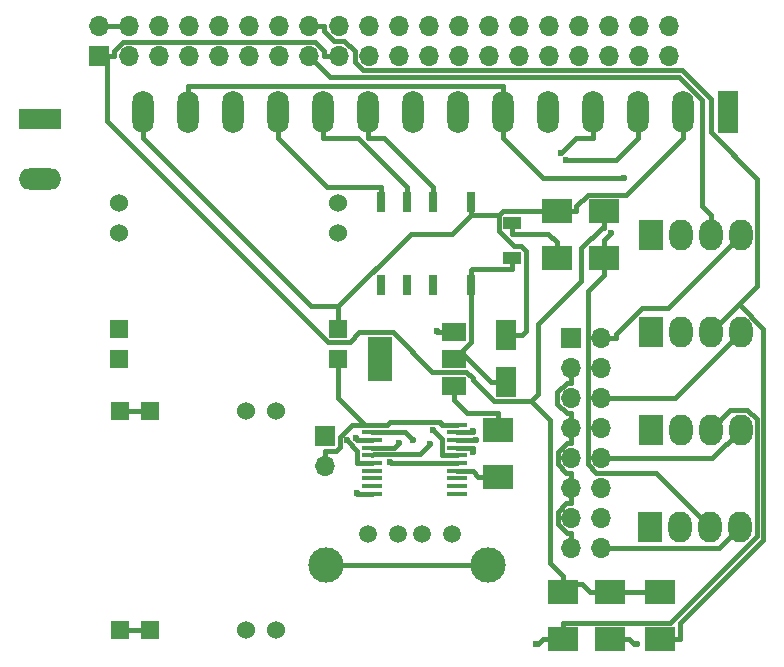
<source format=gtl>
G04 #@! TF.GenerationSoftware,KiCad,Pcbnew,(5.1.8)-1*
G04 #@! TF.CreationDate,2021-08-31T14:43:48+02:00*
G04 #@! TF.ProjectId,fanboard3,66616e62-6f61-4726-9433-2e6b69636164,rev?*
G04 #@! TF.SameCoordinates,Original*
G04 #@! TF.FileFunction,Copper,L1,Top*
G04 #@! TF.FilePolarity,Positive*
%FSLAX46Y46*%
G04 Gerber Fmt 4.6, Leading zero omitted, Abs format (unit mm)*
G04 Created by KiCad (PCBNEW (5.1.8)-1) date 2021-08-31 14:43:48*
%MOMM*%
%LPD*%
G01*
G04 APERTURE LIST*
G04 #@! TA.AperFunction,SMDPad,CuDef*
%ADD10R,1.800000X2.500000*%
G04 #@! TD*
G04 #@! TA.AperFunction,ComponentPad*
%ADD11R,1.700000X1.700000*%
G04 #@! TD*
G04 #@! TA.AperFunction,ComponentPad*
%ADD12O,1.700000X1.700000*%
G04 #@! TD*
G04 #@! TA.AperFunction,ComponentPad*
%ADD13R,1.800000X3.600000*%
G04 #@! TD*
G04 #@! TA.AperFunction,ComponentPad*
%ADD14O,1.800000X3.600000*%
G04 #@! TD*
G04 #@! TA.AperFunction,SMDPad,CuDef*
%ADD15R,2.000000X3.800000*%
G04 #@! TD*
G04 #@! TA.AperFunction,SMDPad,CuDef*
%ADD16R,2.000000X1.500000*%
G04 #@! TD*
G04 #@! TA.AperFunction,SMDPad,CuDef*
%ADD17R,0.800000X1.800000*%
G04 #@! TD*
G04 #@! TA.AperFunction,SMDPad,CuDef*
%ADD18R,1.750000X0.450000*%
G04 #@! TD*
G04 #@! TA.AperFunction,SMDPad,CuDef*
%ADD19R,2.500000X2.000000*%
G04 #@! TD*
G04 #@! TA.AperFunction,SMDPad,CuDef*
%ADD20R,1.600000X1.000000*%
G04 #@! TD*
G04 #@! TA.AperFunction,ComponentPad*
%ADD21R,1.524000X1.524000*%
G04 #@! TD*
G04 #@! TA.AperFunction,ComponentPad*
%ADD22C,1.524000*%
G04 #@! TD*
G04 #@! TA.AperFunction,ComponentPad*
%ADD23C,1.500000*%
G04 #@! TD*
G04 #@! TA.AperFunction,ComponentPad*
%ADD24C,3.000000*%
G04 #@! TD*
G04 #@! TA.AperFunction,ComponentPad*
%ADD25R,2.000000X2.600000*%
G04 #@! TD*
G04 #@! TA.AperFunction,ComponentPad*
%ADD26O,2.000000X2.600000*%
G04 #@! TD*
G04 #@! TA.AperFunction,ComponentPad*
%ADD27R,3.600000X1.800000*%
G04 #@! TD*
G04 #@! TA.AperFunction,ComponentPad*
%ADD28O,3.600000X1.800000*%
G04 #@! TD*
G04 #@! TA.AperFunction,ViaPad*
%ADD29C,0.600000*%
G04 #@! TD*
G04 #@! TA.AperFunction,Conductor*
%ADD30C,0.400000*%
G04 #@! TD*
G04 APERTURE END LIST*
D10*
X242850000Y-122400000D03*
X242850000Y-126400000D03*
D11*
X248350000Y-122650000D03*
D12*
X250890000Y-122650000D03*
X248350000Y-125190000D03*
X250890000Y-125190000D03*
X248350000Y-127730000D03*
X250890000Y-127730000D03*
X248350000Y-130270000D03*
X250890000Y-130270000D03*
X248350000Y-132810000D03*
X250890000Y-132810000D03*
X248350000Y-135350000D03*
X250890000Y-135350000D03*
X248350000Y-137890000D03*
X250890000Y-137890000D03*
X248350000Y-140430000D03*
X250890000Y-140430000D03*
D13*
X261600000Y-103500000D03*
D14*
X257790000Y-103500000D03*
X253980000Y-103500000D03*
X250170000Y-103500000D03*
X246360000Y-103500000D03*
X242550000Y-103500000D03*
X238740000Y-103500000D03*
X234930000Y-103500000D03*
X231120000Y-103500000D03*
X227310000Y-103500000D03*
X223500000Y-103500000D03*
X219690000Y-103500000D03*
X215880000Y-103500000D03*
X212070000Y-103500000D03*
D15*
X232100000Y-124400000D03*
D16*
X238400000Y-124400000D03*
X238400000Y-122100000D03*
X238400000Y-126700000D03*
D17*
X239850000Y-111150000D03*
X236650000Y-111150000D03*
X234450000Y-111150000D03*
X232250000Y-111150000D03*
X232250000Y-118150000D03*
X234450000Y-118150000D03*
X236650000Y-118150000D03*
X239850000Y-118150000D03*
D18*
X231500000Y-129975000D03*
X231500000Y-130625000D03*
X231500000Y-131275000D03*
X231500000Y-131925000D03*
X231500000Y-132575000D03*
X231500000Y-133225000D03*
X231500000Y-133875000D03*
X231500000Y-134525000D03*
X231500000Y-135175000D03*
X231500000Y-135825000D03*
X238700000Y-135825000D03*
X238700000Y-135175000D03*
X238700000Y-134525000D03*
X238700000Y-133875000D03*
X238700000Y-133225000D03*
X238700000Y-132575000D03*
X238700000Y-131925000D03*
X238700000Y-131275000D03*
X238700000Y-130625000D03*
X238700000Y-129975000D03*
D19*
X242100000Y-130400000D03*
X242100000Y-134400000D03*
X247100000Y-111900000D03*
X247100000Y-115900000D03*
X251100000Y-115900000D03*
X251100000Y-111900000D03*
X255850000Y-144150000D03*
X255850000Y-148150000D03*
X251600000Y-144150000D03*
X251600000Y-148150000D03*
X247600000Y-144150000D03*
X247600000Y-148150000D03*
D20*
X243350000Y-115900000D03*
X243350000Y-112900000D03*
D21*
X210100000Y-147400000D03*
X210100000Y-128848000D03*
X212640000Y-147400000D03*
X212640000Y-128848000D03*
D22*
X220768000Y-147400000D03*
X220768000Y-128848000D03*
X223308000Y-147400000D03*
X223308000Y-128848000D03*
D21*
X228600000Y-124400000D03*
X210048000Y-124400000D03*
X228600000Y-121860000D03*
X210048000Y-121860000D03*
D22*
X228600000Y-113732000D03*
X210048000Y-113732000D03*
X228600000Y-111192000D03*
X210048000Y-111192000D03*
D11*
X227500000Y-130900000D03*
D12*
X227500000Y-133440000D03*
D23*
X238210000Y-139200000D03*
X235670000Y-139200000D03*
X233640000Y-139200000D03*
X231100000Y-139200000D03*
D24*
X241260000Y-141870000D03*
X227540000Y-141870000D03*
D25*
X254980000Y-138650000D03*
D26*
X257520000Y-138650000D03*
X260060000Y-138650000D03*
X262600000Y-138650000D03*
D25*
X255050000Y-130400000D03*
D26*
X257590000Y-130400000D03*
X260130000Y-130400000D03*
X262670000Y-130400000D03*
D25*
X255050000Y-122150000D03*
D26*
X257590000Y-122150000D03*
X260130000Y-122150000D03*
X262670000Y-122150000D03*
D25*
X255100000Y-113900000D03*
D26*
X257640000Y-113900000D03*
X260180000Y-113900000D03*
X262720000Y-113900000D03*
D27*
X203350000Y-104100000D03*
D28*
X203350000Y-109180000D03*
D11*
X208370000Y-98770000D03*
D12*
X208370000Y-96230000D03*
X210910000Y-98770000D03*
X210910000Y-96230000D03*
X213450000Y-98770000D03*
X213450000Y-96230000D03*
X215990000Y-98770000D03*
X215990000Y-96230000D03*
X218530000Y-98770000D03*
X218530000Y-96230000D03*
X221070000Y-98770000D03*
X221070000Y-96230000D03*
X223610000Y-98770000D03*
X223610000Y-96230000D03*
X226150000Y-98770000D03*
X226150000Y-96230000D03*
X228690000Y-98770000D03*
X228690000Y-96230000D03*
X231230000Y-98770000D03*
X231230000Y-96230000D03*
X233770000Y-98770000D03*
X233770000Y-96230000D03*
X236310000Y-98770000D03*
X236310000Y-96230000D03*
X238850000Y-98770000D03*
X238850000Y-96230000D03*
X241390000Y-98770000D03*
X241390000Y-96230000D03*
X243930000Y-98770000D03*
X243930000Y-96230000D03*
X246470000Y-98770000D03*
X246470000Y-96230000D03*
X249010000Y-98770000D03*
X249010000Y-96230000D03*
X251550000Y-98770000D03*
X251550000Y-96230000D03*
X254090000Y-98770000D03*
X254090000Y-96230000D03*
X256630000Y-98770000D03*
X256630000Y-96230000D03*
D29*
X230153000Y-135752200D03*
X236950000Y-122050000D03*
X240057800Y-130527000D03*
X233723900Y-131519600D03*
X236407300Y-131573800D03*
X253923300Y-148566000D03*
X245352800Y-148566000D03*
X251681200Y-113752600D03*
X229359100Y-131300900D03*
X230137800Y-131144600D03*
X234898000Y-131265600D03*
X247449800Y-106978900D03*
X240010800Y-132275700D03*
X240261400Y-131276000D03*
X247919200Y-107538200D03*
X236667600Y-130426400D03*
X232971200Y-133138400D03*
X252778200Y-109078900D03*
D30*
X251600000Y-144150000D02*
X249950000Y-144150000D01*
X247600000Y-143450000D02*
X249250000Y-143450000D01*
X249250000Y-143450000D02*
X249950000Y-144150000D01*
X247600000Y-143450000D02*
X247600000Y-142750000D01*
X247600000Y-144150000D02*
X247600000Y-143450000D01*
X244950500Y-127989200D02*
X241778000Y-127989200D01*
X241778000Y-127989200D02*
X239976100Y-126187300D01*
X239976100Y-126187300D02*
X239976100Y-126025800D01*
X239976100Y-126025800D02*
X239427700Y-125477400D01*
X239427700Y-125477400D02*
X236575400Y-125477400D01*
X236575400Y-125477400D02*
X233270600Y-122172600D01*
X233270600Y-122172600D02*
X230337900Y-122172600D01*
X230337900Y-122172600D02*
X229561100Y-122949400D01*
X229561100Y-122949400D02*
X227697400Y-122949400D01*
X227697400Y-122949400D02*
X208994000Y-104246000D01*
X208994000Y-104246000D02*
X208994000Y-98770000D01*
X251100000Y-113300000D02*
X250925000Y-113300000D01*
X250925000Y-113300000D02*
X249185300Y-115039700D01*
X249185300Y-115039700D02*
X249185300Y-117780700D01*
X249185300Y-117780700D02*
X245553300Y-121412700D01*
X245553300Y-121412700D02*
X245553300Y-127386400D01*
X245553300Y-127386400D02*
X244950500Y-127989200D01*
X244950500Y-127989200D02*
X246563500Y-129602200D01*
X246563500Y-129602200D02*
X246563500Y-141713500D01*
X246563500Y-141713500D02*
X247600000Y-142750000D01*
X208994000Y-98770000D02*
X209620000Y-98770000D01*
X208370000Y-98770000D02*
X208994000Y-98770000D01*
X228690000Y-98770000D02*
X228230400Y-98770000D01*
X228066000Y-98770000D02*
X227440000Y-98770000D01*
X228066000Y-98770000D02*
X228230400Y-98770000D01*
X227440000Y-98770000D02*
X227440000Y-98345700D01*
X227440000Y-98345700D02*
X226673700Y-97579400D01*
X226673700Y-97579400D02*
X210364000Y-97579400D01*
X210364000Y-97579400D02*
X209620000Y-98323400D01*
X209620000Y-98323400D02*
X209620000Y-98770000D01*
X251100000Y-111900000D02*
X251100000Y-113300000D01*
X251600000Y-144150000D02*
X255850000Y-144150000D01*
X230153000Y-135752200D02*
X230225000Y-135824200D01*
X230225000Y-135824200D02*
X230225000Y-135825000D01*
X231500000Y-135825000D02*
X230225000Y-135825000D01*
X237000000Y-122100000D02*
X236950000Y-122050000D01*
X238400000Y-122100000D02*
X237000000Y-122100000D01*
X240057800Y-130527000D02*
X239975000Y-130609800D01*
X239975000Y-130609800D02*
X239975000Y-130625000D01*
X238700000Y-130625000D02*
X239975000Y-130625000D01*
X233723900Y-131519600D02*
X233318500Y-131925000D01*
X233318500Y-131925000D02*
X231500000Y-131925000D01*
X231500000Y-132575000D02*
X231597600Y-132477400D01*
X231597600Y-132477400D02*
X235503700Y-132477400D01*
X235503700Y-132477400D02*
X236407300Y-131573800D01*
X260180000Y-113900000D02*
X260180000Y-112200000D01*
X226150000Y-98770000D02*
X227911600Y-100531600D01*
X227911600Y-100531600D02*
X257457100Y-100531600D01*
X257457100Y-100531600D02*
X259414800Y-102489300D01*
X259414800Y-102489300D02*
X259414800Y-111434800D01*
X259414800Y-111434800D02*
X260180000Y-112200000D01*
X251600000Y-148150000D02*
X253250000Y-148150000D01*
X253923300Y-148566000D02*
X253666000Y-148566000D01*
X253666000Y-148566000D02*
X253250000Y-148150000D01*
X262498100Y-119781900D02*
X260130000Y-122150000D01*
X227400000Y-96230000D02*
X227400000Y-96620700D01*
X227400000Y-96620700D02*
X228259300Y-97480000D01*
X228259300Y-97480000D02*
X229114100Y-97480000D01*
X229114100Y-97480000D02*
X229988400Y-98354300D01*
X229988400Y-98354300D02*
X229988400Y-99266500D01*
X229988400Y-99266500D02*
X230669300Y-99947400D01*
X230669300Y-99947400D02*
X257676600Y-99947400D01*
X257676600Y-99947400D02*
X260130800Y-102401600D01*
X260130800Y-102401600D02*
X260130800Y-105220600D01*
X260130800Y-105220600D02*
X264054200Y-109144000D01*
X264054200Y-109144000D02*
X264054200Y-118225800D01*
X264054200Y-118225800D02*
X262498100Y-119781900D01*
X262498100Y-119781900D02*
X264569600Y-121853400D01*
X264569600Y-121853400D02*
X264569600Y-139704800D01*
X264569600Y-139704800D02*
X257500000Y-146774400D01*
X257500000Y-146774400D02*
X257500000Y-148150000D01*
X255850000Y-148150000D02*
X257500000Y-148150000D01*
X226150000Y-96230000D02*
X227400000Y-96230000D01*
X247600000Y-148150000D02*
X247600000Y-146750000D01*
X247600000Y-148150000D02*
X245950000Y-148150000D01*
X245352800Y-148566000D02*
X245534000Y-148566000D01*
X245534000Y-148566000D02*
X245950000Y-148150000D01*
X247600000Y-146750000D02*
X256696400Y-146750000D01*
X256696400Y-146750000D02*
X264042200Y-139404200D01*
X264042200Y-139404200D02*
X264042200Y-129510000D01*
X264042200Y-129510000D02*
X263253200Y-128721000D01*
X263253200Y-128721000D02*
X261809000Y-128721000D01*
X261809000Y-128721000D02*
X260130000Y-130400000D01*
X251100000Y-115900000D02*
X251100000Y-117300000D01*
X251100000Y-117300000D02*
X249712600Y-118687400D01*
X249712600Y-118687400D02*
X249712600Y-133346700D01*
X249712600Y-133346700D02*
X250445900Y-134080000D01*
X250445900Y-134080000D02*
X255490000Y-134080000D01*
X255490000Y-134080000D02*
X260060000Y-138650000D01*
X251681200Y-113752600D02*
X251100000Y-114333800D01*
X251100000Y-114333800D02*
X251100000Y-115900000D01*
X231500000Y-133225000D02*
X230225000Y-133225000D01*
X229359100Y-131300900D02*
X230225000Y-132166800D01*
X230225000Y-132166800D02*
X230225000Y-133225000D01*
X231500000Y-131275000D02*
X230225000Y-131275000D01*
X230137800Y-131144600D02*
X230225000Y-131231800D01*
X230225000Y-131231800D02*
X230225000Y-131275000D01*
X248350000Y-130270000D02*
X248350000Y-129020000D01*
X248350000Y-125190000D02*
X248350000Y-126440000D01*
X248350000Y-126440000D02*
X247933300Y-126440000D01*
X247933300Y-126440000D02*
X247169700Y-127203600D01*
X247169700Y-127203600D02*
X247169700Y-128256900D01*
X247169700Y-128256900D02*
X247932800Y-129020000D01*
X247932800Y-129020000D02*
X248350000Y-129020000D01*
X248350000Y-135350000D02*
X248350000Y-136600000D01*
X248350000Y-140430000D02*
X248350000Y-139180000D01*
X248350000Y-139180000D02*
X247935600Y-139180000D01*
X247935600Y-139180000D02*
X247172700Y-138417100D01*
X247172700Y-138417100D02*
X247172700Y-137355600D01*
X247172700Y-137355600D02*
X247928300Y-136600000D01*
X247928300Y-136600000D02*
X248350000Y-136600000D01*
X248350000Y-135350000D02*
X248350000Y-134100000D01*
X248350000Y-130270000D02*
X248350000Y-131520000D01*
X248350000Y-131520000D02*
X247935600Y-131520000D01*
X247935600Y-131520000D02*
X247172700Y-132282900D01*
X247172700Y-132282900D02*
X247172700Y-133344400D01*
X247172700Y-133344400D02*
X247928300Y-134100000D01*
X247928300Y-134100000D02*
X248350000Y-134100000D01*
X234898000Y-131265600D02*
X234257400Y-130625000D01*
X234257400Y-130625000D02*
X231500000Y-130625000D01*
X212640000Y-128848000D02*
X210100000Y-128848000D01*
X250890000Y-122650000D02*
X252140000Y-122650000D01*
X262720000Y-113900000D02*
X256560000Y-120060000D01*
X256560000Y-120060000D02*
X254341500Y-120060000D01*
X254341500Y-120060000D02*
X252140000Y-122261500D01*
X252140000Y-122261500D02*
X252140000Y-122650000D01*
X250170000Y-105700000D02*
X248728700Y-105700000D01*
X248728700Y-105700000D02*
X247449800Y-106978900D01*
X238700000Y-131925000D02*
X239975000Y-131925000D01*
X250170000Y-103500000D02*
X250170000Y-105700000D01*
X239975000Y-131925000D02*
X239975000Y-132239900D01*
X239975000Y-132239900D02*
X240010800Y-132275700D01*
X253980000Y-105700000D02*
X252141800Y-107538200D01*
X252141800Y-107538200D02*
X247919200Y-107538200D01*
X239975000Y-131275000D02*
X239976000Y-131276000D01*
X239976000Y-131276000D02*
X240261400Y-131276000D01*
X253980000Y-103500000D02*
X253980000Y-105700000D01*
X238700000Y-131275000D02*
X239975000Y-131275000D01*
X238700000Y-132575000D02*
X237425000Y-132575000D01*
X237425000Y-132575000D02*
X237425000Y-131183800D01*
X237425000Y-131183800D02*
X236667600Y-130426400D01*
X238700000Y-133225000D02*
X237425000Y-133225000D01*
X237425000Y-133225000D02*
X233057800Y-133225000D01*
X233057800Y-133225000D02*
X232971200Y-133138400D01*
X227540000Y-141870000D02*
X241260000Y-141870000D01*
X210910000Y-96230000D02*
X208370000Y-96230000D01*
X239850000Y-118150000D02*
X239850000Y-116850000D01*
X243350000Y-115900000D02*
X243350000Y-116800000D01*
X243350000Y-116800000D02*
X239900000Y-116800000D01*
X239900000Y-116800000D02*
X239850000Y-116850000D01*
X238975000Y-123825000D02*
X241550000Y-126400000D01*
X238400000Y-123825000D02*
X238975000Y-123825000D01*
X239850000Y-118150000D02*
X239850000Y-122950000D01*
X239850000Y-122950000D02*
X238975000Y-123825000D01*
X242850000Y-126400000D02*
X241550000Y-126400000D01*
X238400000Y-124400000D02*
X238400000Y-123825000D01*
X247100000Y-115900000D02*
X247100000Y-114500000D01*
X243350000Y-112900000D02*
X243350000Y-113800000D01*
X243350000Y-113800000D02*
X246400000Y-113800000D01*
X246400000Y-113800000D02*
X247100000Y-114500000D01*
X228600000Y-119936000D02*
X234736000Y-113800000D01*
X234736000Y-113800000D02*
X238274900Y-113800000D01*
X238274900Y-113800000D02*
X239850000Y-112224900D01*
X228600000Y-121860000D02*
X228600000Y-119936000D01*
X228600000Y-119936000D02*
X226306000Y-119936000D01*
X226306000Y-119936000D02*
X212070000Y-105700000D01*
X212070000Y-103500000D02*
X212070000Y-105700000D01*
X257790000Y-105700000D02*
X252981000Y-110509000D01*
X252981000Y-110509000D02*
X249726000Y-110509000D01*
X249726000Y-110509000D02*
X248750000Y-111485000D01*
X248750000Y-111485000D02*
X248750000Y-111900000D01*
X230225000Y-129975000D02*
X229798000Y-129975000D01*
X229798000Y-129975000D02*
X228731800Y-131041200D01*
X228731800Y-131041200D02*
X228731800Y-131863200D01*
X228731800Y-131863200D02*
X228405000Y-132190000D01*
X228405000Y-132190000D02*
X227500000Y-132190000D01*
X257790000Y-103500000D02*
X257790000Y-105700000D01*
X238700000Y-129975000D02*
X237425000Y-129975000D01*
X231500000Y-129975000D02*
X232775000Y-129975000D01*
X237425000Y-129975000D02*
X237239600Y-129789600D01*
X237239600Y-129789600D02*
X232960400Y-129789600D01*
X232960400Y-129789600D02*
X232775000Y-129975000D01*
X247100000Y-111900000D02*
X248750000Y-111900000D01*
X246275000Y-111900000D02*
X247100000Y-111900000D01*
X242203200Y-112224900D02*
X242203200Y-113580300D01*
X242203200Y-113580300D02*
X243509400Y-114886500D01*
X243509400Y-114886500D02*
X244114900Y-114886500D01*
X244114900Y-114886500D02*
X244477400Y-115249000D01*
X244477400Y-115249000D02*
X244477400Y-122072600D01*
X244477400Y-122072600D02*
X244150000Y-122400000D01*
X245450000Y-111900000D02*
X242528100Y-111900000D01*
X242528100Y-111900000D02*
X242203200Y-112224900D01*
X239850000Y-111150000D02*
X239850000Y-112224900D01*
X242203200Y-112224900D02*
X239850000Y-112224900D01*
X228600000Y-124400000D02*
X228600000Y-125562000D01*
X230862500Y-129975000D02*
X228600100Y-127712600D01*
X228600100Y-127712600D02*
X228600100Y-125562000D01*
X228600100Y-125562000D02*
X228600000Y-125562000D01*
X230862500Y-129975000D02*
X230225000Y-129975000D01*
X231500000Y-129975000D02*
X230862500Y-129975000D01*
X246275000Y-111900000D02*
X245450000Y-111900000D01*
X242850000Y-122400000D02*
X244150000Y-122400000D01*
X227500000Y-133440000D02*
X227500000Y-132190000D01*
X242550000Y-103500000D02*
X242550000Y-105700000D01*
X242550000Y-103500000D02*
X242550000Y-101300000D01*
X242550000Y-101300000D02*
X215880000Y-101300000D01*
X242550000Y-105700000D02*
X245928900Y-109078900D01*
X245928900Y-109078900D02*
X252778200Y-109078900D01*
X215880000Y-103500000D02*
X215880000Y-101300000D01*
X212640000Y-147400000D02*
X210100000Y-147400000D01*
X231120000Y-103500000D02*
X231120000Y-105700000D01*
X236650000Y-111150000D02*
X236650000Y-109850000D01*
X236650000Y-109850000D02*
X232500000Y-105700000D01*
X232500000Y-105700000D02*
X231120000Y-105700000D01*
X227310000Y-103500000D02*
X227310000Y-105700000D01*
X234450000Y-111150000D02*
X234450000Y-109850000D01*
X234450000Y-109850000D02*
X230300000Y-105700000D01*
X230300000Y-105700000D02*
X227310000Y-105700000D01*
X223500000Y-103500000D02*
X223500000Y-105700000D01*
X232250000Y-111150000D02*
X232250000Y-109850000D01*
X232250000Y-109850000D02*
X227650000Y-109850000D01*
X227650000Y-109850000D02*
X223500000Y-105700000D01*
X238400000Y-126700000D02*
X238400000Y-127850000D01*
X242100000Y-130400000D02*
X242100000Y-129000000D01*
X242100000Y-129000000D02*
X239550000Y-129000000D01*
X239550000Y-129000000D02*
X238400000Y-127850000D01*
X238700000Y-133875000D02*
X239975000Y-133875000D01*
X242100000Y-134400000D02*
X240450000Y-134400000D01*
X240450000Y-134400000D02*
X239975000Y-133925000D01*
X239975000Y-133925000D02*
X239975000Y-133875000D01*
X262670000Y-122150000D02*
X257090000Y-127730000D01*
X257090000Y-127730000D02*
X250890000Y-127730000D01*
X262670000Y-130400000D02*
X260260000Y-132810000D01*
X260260000Y-132810000D02*
X250890000Y-132810000D01*
X262600000Y-138650000D02*
X260820000Y-140430000D01*
X260820000Y-140430000D02*
X250890000Y-140430000D01*
M02*

</source>
